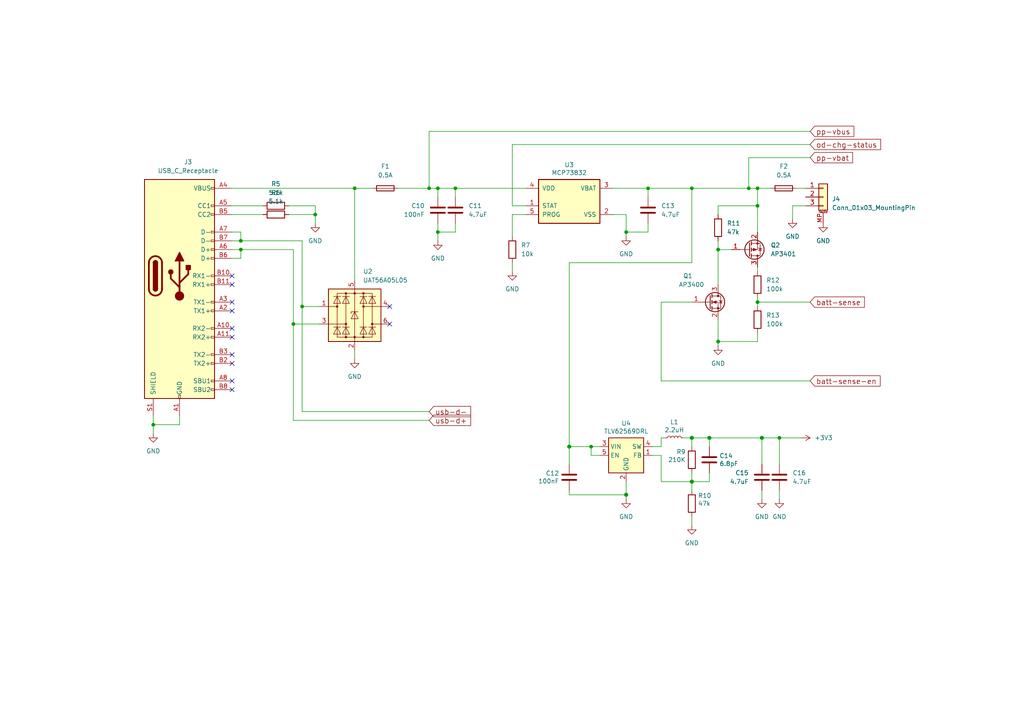
<source format=kicad_sch>
(kicad_sch (version 20211123) (generator eeschema)
  (paper "A4")
  (title_block (title "gps-logger") (date "2022-02-14") (rev "v2.3.a") (company "Greg Davill") (comment 4 "Simple GPS logger with low power features"))
  (lib_symbols
    (symbol "Connector:USB_C_Receptacle" (pin_names (offset 1.016))
      (property "Reference" "J" (at -10.16 29.21 0))
      (property "Value" "USB_C_Receptacle" (at 10.16 29.21 0))
      (symbol "USB_C_Receptacle_0_0"
        (rectangle (start -0.254 -35.56) (end 0.254 -34.544))
        (rectangle (start 10.16 -32.766) (end 9.144 -33.274))
        (rectangle (start 10.16 -30.226) (end 9.144 -30.734))
        (rectangle (start 10.16 -25.146) (end 9.144 -25.654))
        (rectangle (start 10.16 -22.606) (end 9.144 -23.114))
        (rectangle (start 10.16 -17.526) (end 9.144 -18.034))
        (rectangle (start 10.16 -14.986) (end 9.144 -15.494))
        (rectangle (start 10.16 -9.906) (end 9.144 -10.414))
        (rectangle (start 10.16 -7.366) (end 9.144 -7.874))
        (rectangle (start 10.16 -2.286) (end 9.144 -2.794))
        (rectangle (start 10.16 0.254) (end 9.144 -0.254))
        (rectangle (start 10.16 5.334) (end 9.144 4.826))
        (rectangle (start 10.16 7.874) (end 9.144 7.366))
        (rectangle (start 10.16 10.414) (end 9.144 9.906))
        (rectangle (start 10.16 12.954) (end 9.144 12.446))
        (rectangle (start 10.16 18.034) (end 9.144 17.526))
        (rectangle (start 10.16 20.574) (end 9.144 20.066))
        (rectangle (start 10.16 25.654) (end 9.144 25.146))
      )
      (symbol "USB_C_Receptacle_0_1"
        (rectangle (start -10.16 27.94) (end 10.16 -35.56) (stroke (width 0.254)) (fill (type background)))
        (arc (start -8.89 -3.81) (mid -6.985 -5.715) (end -5.08 -3.81) (stroke (width 0.508)))
        (arc (start -7.62 -3.81) (mid -6.985 -4.445) (end -6.35 -3.81) (stroke (width 0.254)))
        (arc (start -7.62 -3.81) (mid -6.985 -4.445) (end -6.35 -3.81) (stroke (width 0.254)) (fill (type outline)))
        (rectangle (start -7.62 -3.81) (end -6.35 3.81) (stroke (width 0.254)) (fill (type outline)))
        (arc (start -6.35 3.81) (mid -6.985 4.445) (end -7.62 3.81) (stroke (width 0.254)))
        (arc (start -6.35 3.81) (mid -6.985 4.445) (end -7.62 3.81) (stroke (width 0.254)) (fill (type outline)))
        (arc (start -5.08 3.81) (mid -6.985 5.715) (end -8.89 3.81) (stroke (width 0.508)))
        (polyline (pts (xy -8.89 -3.81) (xy -8.89 3.81)) (stroke (width 0.508)))
        (polyline (pts (xy -5.08 3.81) (xy -5.08 -3.81)) (stroke (width 0.508)))
      )
      (symbol "USB_C_Receptacle_1_1"
        (circle (center -2.54 1.143) (radius 0.635) (stroke (width 0.254)) (fill (type outline)))
        (circle (center 0 -5.842) (radius 1.27) (fill (type outline)))
        (polyline (pts (xy 0 -5.842) (xy 0 4.318)) (stroke (width 0.508)))
        (polyline (pts (xy 0 -3.302) (xy -2.54 -0.762) (xy -2.54 0.508)) (stroke (width 0.508)))
        (polyline (pts (xy 0 -2.032) (xy 2.54 0.508) (xy 2.54 1.778)) (stroke (width 0.508)))
        (polyline (pts (xy -1.27 4.318) (xy 0 6.858) (xy 1.27 4.318) (xy -1.27 4.318)) (stroke (width 0.254)) (fill (type outline)))
        (rectangle (start 1.905 1.778) (end 3.175 3.048) (stroke (width 0.254)) (fill (type outline)))
        (pin passive line (at 0 -40.64 90) (length 5.08) (name "GND") (number "A1"))
        (pin bidirectional line (at 15.24 -15.24 180) (length 5.08) (name "RX2-") (number "A10"))
        (pin bidirectional line (at 15.24 -17.78 180) (length 5.08) (name "RX2+") (number "A11"))
        (pin passive line (at 0 -40.64 90) (length 5.08) hide (name "GND") (number "A12"))
        (pin bidirectional line (at 15.24 -10.16 180) (length 5.08) (name "TX1+") (number "A2"))
        (pin bidirectional line (at 15.24 -7.62 180) (length 5.08) (name "TX1-") (number "A3"))
        (pin passive line (at 15.24 25.4 180) (length 5.08) (name "VBUS") (number "A4"))
        (pin bidirectional line (at 15.24 20.32 180) (length 5.08) (name "CC1") (number "A5"))
        (pin bidirectional line (at 15.24 7.62 180) (length 5.08) (name "D+") (number "A6"))
        (pin bidirectional line (at 15.24 12.7 180) (length 5.08) (name "D-") (number "A7"))
        (pin bidirectional line (at 15.24 -30.48 180) (length 5.08) (name "SBU1") (number "A8"))
        (pin passive line (at 15.24 25.4 180) (length 5.08) hide (name "VBUS") (number "A9"))
        (pin passive line (at 0 -40.64 90) (length 5.08) hide (name "GND") (number "B1"))
        (pin bidirectional line (at 15.24 0 180) (length 5.08) (name "RX1-") (number "B10"))
        (pin bidirectional line (at 15.24 -2.54 180) (length 5.08) (name "RX1+") (number "B11"))
        (pin passive line (at 0 -40.64 90) (length 5.08) hide (name "GND") (number "B12"))
        (pin bidirectional line (at 15.24 -25.4 180) (length 5.08) (name "TX2+") (number "B2"))
        (pin bidirectional line (at 15.24 -22.86 180) (length 5.08) (name "TX2-") (number "B3"))
        (pin passive line (at 15.24 25.4 180) (length 5.08) hide (name "VBUS") (number "B4"))
        (pin bidirectional line (at 15.24 17.78 180) (length 5.08) (name "CC2") (number "B5"))
        (pin bidirectional line (at 15.24 5.08 180) (length 5.08) (name "D+") (number "B6"))
        (pin bidirectional line (at 15.24 10.16 180) (length 5.08) (name "D-") (number "B7"))
        (pin bidirectional line (at 15.24 -33.02 180) (length 5.08) (name "SBU2") (number "B8"))
        (pin passive line (at 15.24 25.4 180) (length 5.08) hide (name "VBUS") (number "B9"))
        (pin passive line (at -7.62 -40.64 90) (length 5.08) (name "SHIELD") (number "S1"))
      )
    )
    (symbol "Connector_Generic_MountingPin:Conn_01x03_MountingPin" (pin_names (offset 1.016) hide)
      (property "Reference" "J" (at 0 5.08 0))
      (property "Value" "Conn_01x03_MountingPin" (at 1.27 -5.08 0))
      (symbol "Conn_01x03_MountingPin_1_1"
        (rectangle (start -1.27 -2.413) (end 0 -2.667) (stroke (width 0.1524)))
        (rectangle (start -1.27 0.127) (end 0 -0.127) (stroke (width 0.1524)))
        (rectangle (start -1.27 2.667) (end 0 2.413) (stroke (width 0.1524)))
        (rectangle (start -1.27 3.81) (end 1.27 -3.81) (stroke (width 0.254)) (fill (type background)))
        (polyline (pts (xy -1.016 -4.572) (xy 1.016 -4.572)) (stroke (width 0.1524)))
        (text "Mounting" (at 0 -4.191 0) (effects (font (size 0.381 0.381))))
        (pin passive line (at -5.08 2.54 0) (length 3.81) (name "Pin_1") (number "1"))
        (pin passive line (at -5.08 0 0) (length 3.81) (name "Pin_2") (number "2"))
        (pin passive line (at -5.08 -2.54 0) (length 3.81) (name "Pin_3") (number "3"))
        (pin passive line (at 0 -7.62 90) (length 3.048) (name "MountPin") (number "MP"))
      )
    )
    (symbol "Device:C" (pin_numbers hide) (pin_names (offset 0.254))
      (property "Reference" "C" (at 0.635 2.54 0))
      (property "Value" "C" (at 0.635 -2.54 0))
      (symbol "C_0_1"
        (polyline (pts (xy -2.032 -0.762) (xy 2.032 -0.762)) (stroke (width 0.508)))
        (polyline (pts (xy -2.032 0.762) (xy 2.032 0.762)) (stroke (width 0.508)))
      )
      (symbol "C_1_1"
        (pin passive line (at 0 3.81 270) (length 2.794) (name "~") (number "1"))
        (pin passive line (at 0 -3.81 90) (length 2.794) (name "~") (number "2"))
      )
    )
    (symbol "Device:Fuse" (pin_numbers hide) (pin_names (offset 0))
      (property "Reference" "F" (at 2.032 0 90))
      (property "Value" "Fuse" (at -1.905 0 90))
      (symbol "Fuse_0_1"
        (rectangle (start -0.762 -2.54) (end 0.762 2.54) (stroke (width 0.254)))
        (polyline (pts (xy 0 2.54) (xy 0 -2.54)))
      )
      (symbol "Fuse_1_1"
        (pin passive line (at 0 3.81 270) (length 1.27) (name "~") (number "1"))
        (pin passive line (at 0 -3.81 90) (length 1.27) (name "~") (number "2"))
      )
    )
    (symbol "Device:L_Small" (pin_numbers hide) (pin_names (offset 0.254) hide)
      (property "Reference" "L" (at 0.762 1.016 0))
      (property "Value" "L_Small" (at 0.762 -1.016 0))
      (symbol "L_Small_0_1"
        (arc (start 0 -2.032) (mid 0.508 -1.524) (end 0 -1.016))
        (arc (start 0 -1.016) (mid 0.508 -0.508) (end 0 0))
        (arc (start 0 0) (mid 0.508 0.508) (end 0 1.016))
        (arc (start 0 1.016) (mid 0.508 1.524) (end 0 2.032))
      )
      (symbol "L_Small_1_1"
        (pin passive line (at 0 2.54 270) (length 0.508) (name "~") (number "1"))
        (pin passive line (at 0 -2.54 90) (length 0.508) (name "~") (number "2"))
      )
    )
    (symbol "Device:R" (pin_numbers hide) (pin_names (offset 0))
      (property "Reference" "R" (at 2.032 0 90))
      (property "Value" "R" (at 0 0 90))
      (symbol "R_0_1"
        (rectangle (start -1.016 -2.54) (end 1.016 2.54) (stroke (width 0.254)))
      )
      (symbol "R_1_1"
        (pin passive line (at 0 3.81 270) (length 1.27) (name "~") (number "1"))
        (pin passive line (at 0 -3.81 90) (length 1.27) (name "~") (number "2"))
      )
    )
    (symbol "Device:R_3" (pin_numbers hide) (pin_names (offset 0))
      (property "Reference" "R" (at 2.032 0 90))
      (property "Value" "R" (at 0 0 90))
      (symbol "R_3_0_1"
        (rectangle (start -1.016 -2.54) (end 1.016 2.54) (stroke (width 0.254)))
      )
      (symbol "R_3_1_1"
        (pin passive line (at 0 3.81 270) (length 1.27) (name "~") (number "1"))
        (pin passive line (at 0 -3.81 90) (length 1.27) (name "~") (number "2"))
      )
    )
    (symbol "Device:R_4" (pin_numbers hide) (pin_names (offset 0))
      (property "Reference" "R" (at 2.032 0 90))
      (property "Value" "R" (at 0 0 90))
      (symbol "R_4_0_1"
        (rectangle (start -1.016 -2.54) (end 1.016 2.54) (stroke (width 0.254)))
      )
      (symbol "R_4_1_1"
        (pin passive line (at 0 3.81 270) (length 1.27) (name "~") (number "1"))
        (pin passive line (at 0 -3.81 90) (length 1.27) (name "~") (number "2"))
      )
    )
    (symbol "Power_Protection:USBLC6-4SC6" (pin_names hide)
      (property "Reference" "U" (at 2.54 8.89 0))
      (property "Value" "USBLC6-4SC6" (at 2.54 -8.89 0))
      (symbol "USBLC6-4SC6_0_1"
        (rectangle (start -7.62 -7.62) (end 7.62 7.62) (stroke (width 0.254)) (fill (type background)))
        (circle (center -5.08 2.54) (radius 0.254) (fill (type outline)))
        (circle (center -2.54 -6.35) (radius 0.254) (fill (type outline)))
        (circle (center -2.54 -2.54) (radius 0.254) (fill (type outline)))
        (circle (center -2.54 6.35) (radius 0.254) (fill (type outline)))
        (rectangle (start -2.54 6.35) (end 2.54 -6.35))
        (circle (center 0 -6.35) (radius 0.254) (fill (type outline)))
        (polyline (pts (xy -5.08 2.54) (xy -7.62 2.54)))
        (polyline (pts (xy -4.064 -3.429) (xy -6.096 -3.429)))
        (polyline (pts (xy -4.064 5.461) (xy -6.096 5.461)))
        (polyline (pts (xy -2.54 -2.54) (xy -7.62 -2.54)))
        (polyline (pts (xy -1.524 -3.429) (xy -3.556 -3.429)))
        (polyline (pts (xy -1.524 5.461) (xy -3.556 5.461)))
        (polyline (pts (xy 0 -7.62) (xy 0 -6.35)))
        (polyline (pts (xy 0 -6.35) (xy 0 1.27)))
        (polyline (pts (xy 0 1.27) (xy 0 6.35)))
        (polyline (pts (xy 0 6.35) (xy 0 7.62)))
        (polyline (pts (xy 1.524 -3.429) (xy 3.556 -3.429)))
        (polyline (pts (xy 1.524 5.461) (xy 3.556 5.461)))
        (polyline (pts (xy 2.54 2.54) (xy 7.62 2.54)))
        (polyline (pts (xy 4.064 -3.429) (xy 6.096 -3.429)))
        (polyline (pts (xy 4.064 5.461) (xy 6.096 5.461)))
        (polyline (pts (xy 5.08 -2.54) (xy 7.62 -2.54)))
        (polyline (pts (xy -6.096 -5.461) (xy -4.064 -5.461) (xy -5.08 -3.429) (xy -6.096 -5.461)))
        (polyline (pts (xy -6.096 3.429) (xy -4.064 3.429) (xy -5.08 5.461) (xy -6.096 3.429)))
        (polyline (pts (xy -3.556 -5.461) (xy -1.524 -5.461) (xy -2.54 -3.429) (xy -3.556 -5.461)))
        (polyline (pts (xy -3.556 3.429) (xy -1.524 3.429) (xy -2.54 5.461) (xy -3.556 3.429)))
        (polyline (pts (xy -2.54 6.35) (xy -5.08 6.35) (xy -5.08 -6.35) (xy -2.54 -6.35)))
        (polyline (pts (xy -1.016 -1.016) (xy 1.016 -1.016) (xy 0 1.016) (xy -1.016 -1.016)))
        (polyline (pts (xy 1.016 1.016) (xy 0.762 1.016) (xy -1.016 1.016) (xy -1.016 0.508)))
        (polyline (pts (xy 2.54 6.35) (xy 5.08 6.35) (xy 5.08 -6.35) (xy 2.54 -6.35)))
        (polyline (pts (xy 3.556 -5.461) (xy 1.524 -5.461) (xy 2.54 -3.429) (xy 3.556 -5.461)))
        (polyline (pts (xy 3.556 3.429) (xy 1.524 3.429) (xy 2.54 5.461) (xy 3.556 3.429)))
        (polyline (pts (xy 6.096 -5.461) (xy 4.064 -5.461) (xy 5.08 -3.429) (xy 6.096 -5.461)))
        (polyline (pts (xy 6.096 3.429) (xy 4.064 3.429) (xy 5.08 5.461) (xy 6.096 3.429)))
        (circle (center 0 6.35) (radius 0.254) (fill (type outline)))
        (circle (center 2.54 -6.35) (radius 0.254) (fill (type outline)))
        (circle (center 2.54 2.54) (radius 0.254) (fill (type outline)))
        (circle (center 2.54 6.35) (radius 0.254) (fill (type outline)))
        (circle (center 5.08 -2.54) (radius 0.254) (fill (type outline)))
      )
      (symbol "USBLC6-4SC6_1_1"
        (pin passive line (at -10.16 2.54 0) (length 2.54) (name "I/O1") (number "1"))
        (pin passive line (at 0 -10.16 90) (length 2.54) (name "GND") (number "2"))
        (pin passive line (at -10.16 -2.54 0) (length 2.54) (name "I/O2") (number "3"))
        (pin passive line (at 10.16 2.54 180) (length 2.54) (name "I/O3") (number "4"))
        (pin passive line (at 0 10.16 270) (length 2.54) (name "VBUS") (number "5"))
        (pin passive line (at 10.16 -2.54 180) (length 2.54) (name "I/O4") (number "6"))
      )
    )
    (symbol "Regulator_Switching:TLV62569DRL"
      (property "Reference" "U" (at -5.08 6.35 0))
      (property "Value" "TLV62569DRL" (at 0 6.35 0))
      (symbol "TLV62569DRL_0_1"
        (rectangle (start -5.08 5.08) (end 5.08 -5.08) (stroke (width 0.254)) (fill (type background)))
      )
      (symbol "TLV62569DRL_1_1"
        (pin input line (at 7.62 0 180) (length 2.54) (name "FB") (number "1"))
        (pin power_in line (at 0 -7.62 90) (length 2.54) (name "GND") (number "2"))
        (pin power_in line (at -7.62 2.54 0) (length 2.54) (name "VIN") (number "3"))
        (pin power_out line (at 7.62 2.54 180) (length 2.54) (name "SW") (number "4"))
        (pin input line (at -7.62 0 0) (length 2.54) (name "EN") (number "5"))
        (pin no_connect line (at 5.08 -2.54 180) (length 2.54) hide (name "NC") (number "6"))
      )
    )
    (symbol "Transistor_FET:2N7002" (pin_names hide)
      (property "Reference" "Q" (at 5.08 1.905 0))
      (property "Value" "2N7002" (at 5.08 0 0))
      (symbol "2N7002_0_1"
        (polyline (pts (xy 0.254 0) (xy -2.54 0)))
        (polyline (pts (xy 0.254 1.905) (xy 0.254 -1.905)) (stroke (width 0.254)))
        (polyline (pts (xy 0.762 -1.27) (xy 0.762 -2.286)) (stroke (width 0.254)))
        (polyline (pts (xy 0.762 0.508) (xy 0.762 -0.508)) (stroke (width 0.254)))
        (polyline (pts (xy 0.762 2.286) (xy 0.762 1.27)) (stroke (width 0.254)))
        (polyline (pts (xy 2.54 2.54) (xy 2.54 1.778)))
        (polyline (pts (xy 2.54 -2.54) (xy 2.54 0) (xy 0.762 0)))
        (polyline (pts (xy 0.762 -1.778) (xy 3.302 -1.778) (xy 3.302 1.778) (xy 0.762 1.778)))
        (polyline (pts (xy 1.016 0) (xy 2.032 0.381) (xy 2.032 -0.381) (xy 1.016 0)) (fill (type outline)))
        (polyline (pts (xy 2.794 0.508) (xy 2.921 0.381) (xy 3.683 0.381) (xy 3.81 0.254)))
        (polyline (pts (xy 3.302 0.381) (xy 2.921 -0.254) (xy 3.683 -0.254) (xy 3.302 0.381)))
        (circle (center 1.651 0) (radius 2.794) (stroke (width 0.254)))
        (circle (center 2.54 -1.778) (radius 0.254) (fill (type outline)))
        (circle (center 2.54 1.778) (radius 0.254) (fill (type outline)))
      )
      (symbol "2N7002_1_1"
        (pin input line (at -5.08 0 0) (length 2.54) (name "G") (number "1"))
        (pin passive line (at 2.54 -5.08 90) (length 2.54) (name "S") (number "2"))
        (pin passive line (at 2.54 5.08 270) (length 2.54) (name "D") (number "3"))
      )
    )
    (symbol "Transistor_FET:BSS83P" (pin_names hide)
      (property "Reference" "Q" (at 5.08 1.905 0))
      (property "Value" "BSS83P" (at 5.08 0 0))
      (symbol "BSS83P_0_1"
        (polyline (pts (xy 0.254 0) (xy -2.54 0)))
        (polyline (pts (xy 0.254 1.905) (xy 0.254 -1.905)) (stroke (width 0.254)))
        (polyline (pts (xy 0.762 -1.27) (xy 0.762 -2.286)) (stroke (width 0.254)))
        (polyline (pts (xy 0.762 0.508) (xy 0.762 -0.508)) (stroke (width 0.254)))
        (polyline (pts (xy 0.762 2.286) (xy 0.762 1.27)) (stroke (width 0.254)))
        (polyline (pts (xy 2.54 2.54) (xy 2.54 1.778)))
        (polyline (pts (xy 2.54 -2.54) (xy 2.54 0) (xy 0.762 0)))
        (polyline (pts (xy 0.762 1.778) (xy 3.302 1.778) (xy 3.302 -1.778) (xy 0.762 -1.778)))
        (polyline (pts (xy 2.286 0) (xy 1.27 0.381) (xy 1.27 -0.381) (xy 2.286 0)) (fill (type outline)))
        (polyline (pts (xy 2.794 -0.508) (xy 2.921 -0.381) (xy 3.683 -0.381) (xy 3.81 -0.254)))
        (polyline (pts (xy 3.302 -0.381) (xy 2.921 0.254) (xy 3.683 0.254) (xy 3.302 -0.381)))
        (circle (center 1.651 0) (radius 2.794) (stroke (width 0.254)))
        (circle (center 2.54 -1.778) (radius 0.254) (fill (type outline)))
        (circle (center 2.54 1.778) (radius 0.254) (fill (type outline)))
      )
      (symbol "BSS83P_1_1"
        (pin input line (at -5.08 0 0) (length 2.54) (name "G") (number "1"))
        (pin passive line (at 2.54 -5.08 90) (length 2.54) (name "S") (number "2"))
        (pin passive line (at 2.54 5.08 270) (length 2.54) (name "D") (number "3"))
      )
    )
    (symbol "gkl_pmic:MCP73832" (pin_names (offset 1.016))
      (property "Reference" "U" (at 0 7.62 0))
      (property "Value" "MCP73832" (at 0 10.16 0))
      (symbol "MCP73832_0_1"
        (rectangle (start -8.89 6.35) (end 8.89 -6.35) (stroke (width 0.3048)) (fill (type background)))
      )
      (symbol "MCP73832_1_1"
        (pin input line (at -12.7 -1.27 0) (length 3.81) (name "STAT") (number "1"))
        (pin input line (at 12.7 -3.81 180) (length 3.81) (name "VSS") (number "2"))
        (pin input line (at 12.7 3.81 180) (length 3.81) (name "VBAT") (number "3"))
        (pin input line (at -12.7 3.81 0) (length 3.81) (name "VDD") (number "4"))
        (pin input line (at -12.7 -3.81 0) (length 3.81) (name "PROG") (number "5"))
      )
    )
    (symbol "power:+3V3" (power) (pin_names (offset 0))
      (property "Value" "+3V3" (at 0 3.556 0))
      (symbol "+3V3_0_1"
        (polyline (pts (xy -0.762 1.27) (xy 0 2.54)))
        (polyline (pts (xy 0 0) (xy 0 2.54)))
        (polyline (pts (xy 0 2.54) (xy 0.762 1.27)))
      )
      (symbol "+3V3_1_1"
        (pin power_in line (at 0 0 90) (length 0) hide (name "+3V3") (number "1"))
      )
    )
    (symbol "power:GND" (power) (pin_names (offset 0))
      (property "Value" "GND" (at 0 -3.81 0))
      (symbol "GND_0_1"
        (polyline (pts (xy 0 0) (xy 0 -1.27) (xy 1.27 -1.27) (xy 0 -2.54) (xy -1.27 -1.27) (xy 0 -1.27)))
      )
      (symbol "GND_1_1"
        (pin power_in line (at 0 0 270) (length 0) hide (name "GND") (number "1"))
      )
    )
  )
  (junction (at 181.61 67.31))
  (junction (at 91.44 62.23))
  (junction (at 208.28 72.39))
  (junction (at 165.1 129.54) (diameter 1.016))
  (junction (at 219.71 59.69))
  (junction (at 200.66 54.61))
  (junction (at 220.98 127) (diameter 1.016))
  (junction (at 127 54.61))
  (junction (at 69.85 72.39))
  (junction (at 205.74 127) (diameter 1.016))
  (junction (at 226.06 127))
  (junction (at 219.71 54.61))
  (junction (at 187.96 54.61))
  (junction (at 87.63 88.9))
  (junction (at 217.17 54.61))
  (junction (at 69.85 69.85))
  (junction (at 127 67.31))
  (junction (at 124.46 54.61))
  (junction (at 181.61 143.51) (diameter 1.016))
  (junction (at 85.09 93.98))
  (junction (at 132.08 54.61))
  (junction (at 219.71 87.63))
  (junction (at 200.66 127) (diameter 1.016))
  (junction (at 200.66 139.7) (diameter 1.016))
  (junction (at 171.45 129.54))
  (junction (at 44.45 123.19))
  (junction (at 208.28 99.06))
  (junction (at 102.87 54.61))
  (no_connect (at 67.31 80.01))
  (no_connect (at 67.31 82.55))
  (no_connect (at 67.31 87.63))
  (no_connect (at 67.31 90.17))
  (no_connect (at 67.31 95.25))
  (no_connect (at 67.31 97.79))
  (no_connect (at 67.31 102.87))
  (no_connect (at 67.31 105.41))
  (no_connect (at 67.31 110.49))
  (no_connect (at 67.31 113.03))
  (no_connect (at 113.03 88.9))
  (no_connect (at 113.03 93.98))
  (wire (pts (xy 187.96 54.61) (xy 187.96 57.15)))
  (wire (pts (xy 181.61 139.7) (xy 181.61 143.51)))
  (wire (pts (xy 132.08 64.77) (xy 132.08 67.31)))
  (wire (pts (xy 132.08 67.31) (xy 127 67.31)))
  (wire (pts (xy 67.31 69.85) (xy 69.85 69.85)))
  (wire (pts (xy 69.85 69.85) (xy 87.63 69.85)))
  (wire (pts (xy 87.63 69.85) (xy 87.63 88.9)))
  (wire (pts (xy 87.63 88.9) (xy 87.63 119.38)))
  (wire (pts (xy 87.63 119.38) (xy 124.46 119.38)))
  (wire (pts (xy 191.77 87.63) (xy 200.66 87.63)))
  (wire (pts (xy 87.63 88.9) (xy 92.71 88.9)))
  (wire (pts (xy 44.45 120.65) (xy 44.45 123.19)))
  (wire (pts (xy 44.45 123.19) (xy 44.45 125.73)))
  (wire (pts (xy 124.46 38.1) (xy 124.46 54.61)))
  (wire (pts (xy 234.95 38.1) (xy 124.46 38.1)))
  (wire (pts (xy 220.98 127) (xy 226.06 127)))
  (wire (pts (xy 226.06 127) (xy 232.41 127)))
  (wire (pts (xy 171.45 132.08) (xy 171.45 129.54)))
  (wire (pts (xy 173.99 132.08) (xy 171.45 132.08)))
  (wire (pts (xy 208.28 59.69) (xy 219.71 59.69)))
  (wire (pts (xy 208.28 62.23) (xy 208.28 59.69)))
  (wire (pts (xy 219.71 59.69) (xy 219.71 54.61)))
  (wire (pts (xy 200.66 137.16) (xy 200.66 139.7)))
  (wire (pts (xy 200.66 149.86) (xy 200.66 152.4)))
  (wire (pts (xy 208.28 92.71) (xy 208.28 99.06)))
  (wire (pts (xy 208.28 99.06) (xy 208.28 100.33)))
  (wire (pts (xy 219.71 87.63) (xy 234.95 87.63)))
  (wire (pts (xy 200.66 127) (xy 205.74 127)))
  (wire (pts (xy 165.1 76.2) (xy 165.1 129.54)))
  (wire (pts (xy 148.59 62.23) (xy 148.59 68.58)))
  (wire (pts (xy 152.4 62.23) (xy 148.59 62.23)))
  (wire (pts (xy 83.82 62.23) (xy 91.44 62.23)))
  (wire (pts (xy 91.44 62.23) (xy 91.44 64.77)))
  (wire (pts (xy 148.59 76.2) (xy 148.59 78.74)))
  (wire (pts (xy 52.07 120.65) (xy 52.07 123.19)))
  (wire (pts (xy 52.07 123.19) (xy 44.45 123.19)))
  (wire (pts (xy 219.71 59.69) (xy 219.71 67.31)))
  (wire (pts (xy 165.1 129.54) (xy 171.45 129.54)))
  (wire (pts (xy 171.45 129.54) (xy 173.99 129.54)))
  (wire (pts (xy 191.77 129.54) (xy 189.23 129.54)))
  (wire (pts (xy 132.08 54.61) (xy 132.08 57.15)))
  (wire (pts (xy 226.06 142.24) (xy 226.06 144.78)))
  (wire (pts (xy 191.77 87.63) (xy 191.77 110.49)))
  (wire (pts (xy 191.77 110.49) (xy 234.95 110.49)))
  (wire (pts (xy 219.71 77.47) (xy 219.71 78.74)))
  (wire (pts (xy 226.06 134.62) (xy 226.06 127)))
  (wire (pts (xy 200.66 127) (xy 200.66 129.54)))
  (wire (pts (xy 127 54.61) (xy 127 57.15)))
  (wire (pts (xy 177.8 62.23) (xy 181.61 62.23)))
  (wire (pts (xy 67.31 67.31) (xy 69.85 67.31)))
  (wire (pts (xy 69.85 67.31) (xy 69.85 69.85)))
  (wire (pts (xy 200.66 139.7) (xy 191.77 139.7)))
  (wire (pts (xy 219.71 96.52) (xy 219.71 99.06)))
  (wire (pts (xy 219.71 99.06) (xy 208.28 99.06)))
  (wire (pts (xy 205.74 139.7) (xy 200.66 139.7)))
  (wire (pts (xy 198.12 127) (xy 200.66 127)))
  (wire (pts (xy 205.74 137.16) (xy 205.74 139.7)))
  (wire (pts (xy 181.61 143.51) (xy 181.61 144.78)))
  (wire (pts (xy 187.96 64.77) (xy 187.96 67.31)))
  (wire (pts (xy 187.96 67.31) (xy 181.61 67.31)))
  (wire (pts (xy 181.61 62.23) (xy 181.61 67.31)))
  (wire (pts (xy 181.61 67.31) (xy 181.61 68.58)))
  (wire (pts (xy 200.66 139.7) (xy 200.66 142.24)))
  (wire (pts (xy 191.77 127) (xy 193.04 127)))
  (wire (pts (xy 177.8 54.61) (xy 187.96 54.61)))
  (wire (pts (xy 187.96 54.61) (xy 200.66 54.61)))
  (wire (pts (xy 200.66 54.61) (xy 217.17 54.61)))
  (wire (pts (xy 217.17 54.61) (xy 219.71 54.61)))
  (wire (pts (xy 219.71 54.61) (xy 223.52 54.61)))
  (wire (pts (xy 231.14 54.61) (xy 233.68 54.61)))
  (wire (pts (xy 115.57 54.61) (xy 124.46 54.61)))
  (wire (pts (xy 124.46 54.61) (xy 127 54.61)))
  (wire (pts (xy 127 54.61) (xy 132.08 54.61)))
  (wire (pts (xy 132.08 54.61) (xy 152.4 54.61)))
  (wire (pts (xy 165.1 129.54) (xy 165.1 134.62)))
  (wire (pts (xy 67.31 59.69) (xy 76.2 59.69)))
  (wire (pts (xy 102.87 101.6) (xy 102.87 104.14)))
  (wire (pts (xy 83.82 59.69) (xy 91.44 59.69)))
  (wire (pts (xy 91.44 59.69) (xy 91.44 62.23)))
  (wire (pts (xy 208.28 72.39) (xy 208.28 69.85)))
  (wire (pts (xy 212.09 72.39) (xy 208.28 72.39)))
  (wire (pts (xy 205.74 127) (xy 220.98 127)))
  (wire (pts (xy 229.87 59.69) (xy 229.87 63.5)))
  (wire (pts (xy 233.68 59.69) (xy 229.87 59.69)))
  (wire (pts (xy 191.77 132.08) (xy 189.23 132.08)))
  (wire (pts (xy 148.59 41.91) (xy 234.95 41.91)))
  (wire (pts (xy 148.59 59.69) (xy 148.59 41.91)))
  (wire (pts (xy 152.4 59.69) (xy 148.59 59.69)))
  (wire (pts (xy 102.87 54.61) (xy 107.95 54.61)))
  (wire (pts (xy 208.28 72.39) (xy 208.28 82.55)))
  (wire (pts (xy 191.77 127) (xy 191.77 129.54)))
  (wire (pts (xy 102.87 54.61) (xy 67.31 54.61)))
  (wire (pts (xy 102.87 81.28) (xy 102.87 54.61)))
  (wire (pts (xy 219.71 86.36) (xy 219.71 87.63)))
  (wire (pts (xy 219.71 87.63) (xy 219.71 88.9)))
  (wire (pts (xy 127 64.77) (xy 127 67.31)))
  (wire (pts (xy 127 67.31) (xy 127 69.85)))
  (wire (pts (xy 165.1 143.51) (xy 181.61 143.51)))
  (wire (pts (xy 200.66 54.61) (xy 200.66 76.2)))
  (wire (pts (xy 200.66 76.2) (xy 165.1 76.2)))
  (wire (pts (xy 217.17 45.72) (xy 217.17 54.61)))
  (wire (pts (xy 234.95 45.72) (xy 217.17 45.72)))
  (wire (pts (xy 85.09 93.98) (xy 92.71 93.98)))
  (wire (pts (xy 67.31 72.39) (xy 69.85 72.39)))
  (wire (pts (xy 69.85 72.39) (xy 85.09 72.39)))
  (wire (pts (xy 85.09 72.39) (xy 85.09 93.98)))
  (wire (pts (xy 85.09 93.98) (xy 85.09 121.92)))
  (wire (pts (xy 85.09 121.92) (xy 124.46 121.92)))
  (wire (pts (xy 205.74 127) (xy 205.74 129.54)))
  (wire (pts (xy 220.98 142.24) (xy 220.98 144.78)))
  (wire (pts (xy 191.77 139.7) (xy 191.77 132.08)))
  (wire (pts (xy 67.31 74.93) (xy 69.85 74.93)))
  (wire (pts (xy 69.85 74.93) (xy 69.85 72.39)))
  (wire (pts (xy 220.98 134.62) (xy 220.98 127)))
  (wire (pts (xy 67.31 62.23) (xy 76.2 62.23)))
  (wire (pts (xy 165.1 142.24) (xy 165.1 143.51)))
  (global_label "od-chg-status" (shape input) (at 234.95 41.91 0) (effects (font (size 1.524 1.524))) (property "Intersheet References" "${INTERSHEET_REFS}" (effects hide)))
  (global_label "pp-vbus" (shape input) (at 234.95 38.1 0) (effects (font (size 1.524 1.524))) (property "Intersheet References" "${INTERSHEET_REFS}" (effects hide)))
  (global_label "usb-d+" (shape input) (at 124.46 121.92 0) (effects (font (size 1.524 1.524))) (property "Intersheet References" "${INTERSHEET_REFS}" (effects hide)))
  (global_label "batt-sense-en" (shape input) (at 234.95 110.49 0) (effects (font (size 1.524 1.524))) (property "Intersheet References" "${INTERSHEET_REFS}" (effects hide)))
  (global_label "usb-d-" (shape input) (at 124.46 119.38 0) (effects (font (size 1.524 1.524))) (property "Intersheet References" "${INTERSHEET_REFS}" (effects hide)))
  (global_label "pp-vbat" (shape input) (at 234.95 45.72 0) (effects (font (size 1.524 1.524))) (property "Intersheet References" "${INTERSHEET_REFS}" (effects hide)))
  (global_label "batt-sense" (shape input) (at 234.95 87.63 0) (effects (font (size 1.524 1.524))) (property "Intersheet References" "${INTERSHEET_REFS}" (effects hide)))
  (symbol (lib_id "power:GND") (at 229.87 63.5 0) (unit 1)
    (property "Reference" "#PWR0114" (effects hide))
    (property "Value" "GND" (at 229.87 68.58 0))
  )
  (symbol (lib_id "power:GND") (at 127 69.85 0) (unit 1)
    (property "Reference" "#PWR0110" (effects hide))
    (property "Value" "GND" (at 127 74.93 0))
  )
  (symbol (lib_id "Transistor_FET:BSS83P") (at 217.17 72.39 0) (mirror x) (unit 1)
    (property "Reference" "Q2" (at 223.52 71.1199 0) (effects (justify left)))
    (property "Value" "AP3401" (at 223.52 73.6599 0) (effects (justify left)))
    (property "Footprint" "Package_TO_SOT_SMD:SOT-23" (effects hide))
    (property "Datasheet" "https://datasheet.lcsc.com/lcsc/1912111437_ALLPOWER-ShenZhen-Quan-Li-Semiconductor-AP3401_C353078.pdf" (effects hide))
    (property "PN" "AP3401" (effects hide))
    (property "MFG" "ALLPOWER(ShenZhen Quan Li Semiconductor) " (effects hide))
  )
  (symbol (lib_id "power:GND") (at 148.59 78.74 0) (unit 1)
    (property "Reference" "#PWR0111" (effects hide))
    (property "Value" "GND" (at 148.59 83.82 0))
  )
  (symbol (lib_id "Connector:USB_C_Receptacle") (at 52.07 80.01 0) (unit 1)
    (property "Reference" "J3" (at 54.5465 46.99 0))
    (property "Value" "USB_C_Receptacle" (at 54.5465 49.53 0))
    (property "Footprint" "gps-logger:usbc_vert_10132328" (effects hide))
    (property "Datasheet" "https://www.usb.org/sites/default/files/documents/usb_type-c.zip" (effects hide))
    (property "PN" "10132328-10001LF" (effects hide))
    (property "MFG" "Amphenol ICC (FCI)" (effects hide))
  )
  (symbol (lib_id "Device:R") (at 148.59 72.39 180) (unit 1)
    (property "Reference" "R7" (at 151.13 71.1199 0) (effects (justify right)))
    (property "Value" "10k" (at 151.13 73.6599 0) (effects (justify right)))
    (property "Footprint" "Resistor_SMD:R_0402_1005Metric" (effects hide))
  )
  (symbol (lib_id "Device:C") (at 127 60.96 0) (unit 1)
    (property "Reference" "C10" (at 123.19 59.6899 0) (effects (justify right)))
    (property "Value" "100nF" (at 123.19 62.2299 0) (effects (justify right)))
    (property "Footprint" "Capacitor_SMD:C_0402_1005Metric" (effects hide))
  )
  (symbol (lib_id "Device:R") (at 80.01 62.23 90) (unit 1)
    (property "Reference" "R6" (at 80.01 55.88 90))
    (property "Value" "5.1k" (at 80.01 58.42 90))
    (property "Footprint" "Resistor_SMD:R_0402_1005Metric" (effects hide))
  )
  (symbol (lib_id "Device:R") (at 219.71 92.71 180) (unit 1)
    (property "Reference" "R13" (at 222.25 91.4399 0) (effects (justify right)))
    (property "Value" "100k" (at 222.25 93.9799 0) (effects (justify right)))
    (property "Footprint" "Resistor_SMD:R_0402_1005Metric" (effects hide))
  )
  (symbol (lib_id "Power_Protection:USBLC6-4SC6") (at 102.87 91.44 0) (unit 1)
    (property "Reference" "U2" (at 106.68 78.74 0))
    (property "Value" "UAT56A05L05" (at 111.76 81.28 0))
    (property "Footprint" "Package_TO_SOT_SMD:SOT-666" (effects hide))
    (property "Datasheet" "https://datasheet.lcsc.com/lcsc/2005142217_Brightking-Elec--TAIWAN-UAT56A05L05_C523539.pdf" (effects hide))
    (property "PN" "UAT56A05L05" (effects hide))
    (property "MFG" "Brightking Elec (TAIWAN) " (effects hide))
  )
  (symbol (lib_id "power:GND") (at 91.44 64.77 0) (unit 1)
    (property "Reference" "#PWR0108" (effects hide))
    (property "Value" "GND" (at 91.44 69.85 0))
  )
  (symbol (lib_id "Device:C") (at 226.06 138.43 0) (unit 1)
    (property "Reference" "C16" (at 229.87 137.1599 0) (effects (justify left)))
    (property "Value" "4.7uF" (at 229.87 139.6999 0) (effects (justify left)))
    (property "Footprint" "Capacitor_SMD:C_0402_1005Metric" (effects hide))
  )
  (symbol (lib_id "Device:R") (at 208.28 66.04 180) (unit 1)
    (property "Reference" "R11" (at 210.82 64.7699 0) (effects (justify right)))
    (property "Value" "47k" (at 210.82 67.3099 0) (effects (justify right)))
    (property "Footprint" "Resistor_SMD:R_0402_1005Metric" (effects hide))
  )
  (symbol (lib_id "Device:R") (at 219.71 82.55 180) (unit 1)
    (property "Reference" "R12" (at 222.25 81.2799 0) (effects (justify right)))
    (property "Value" "100k" (at 222.25 83.8199 0) (effects (justify right)))
    (property "Footprint" "Resistor_SMD:R_0402_1005Metric" (effects hide))
  )
  (symbol (lib_id "power:GND") (at 200.66 152.4 0) (unit 1)
    (property "Reference" "#PWR0118" (effects hide))
    (property "Value" "GND" (at 200.66 157.48 0))
  )
  (symbol (lib_id "Device:L_Small") (at 195.58 127 90) (unit 1)
    (property "Reference" "L1" (at 195.58 122.4088 90))
    (property "Value" "2.2uH" (at 195.58 124.7075 90))
    (property "Footprint" "Inductor_SMD:L_0805_2012Metric" (effects hide))
    (property "Mfg" "Sunltech Tech" (effects hide))
    (property "PN" "SLM20122R2MIT" (effects hide))
  )
  (symbol (lib_id "power:GND") (at 181.61 68.58 0) (unit 1)
    (property "Reference" "#PWR0112" (effects hide))
    (property "Value" "GND" (at 181.61 73.66 0))
  )
  (symbol (lib_id "power:GND") (at 220.98 144.78 0) (unit 1)
    (property "Reference" "#PWR0119" (effects hide))
    (property "Value" "GND" (at 220.98 149.86 0))
  )
  (symbol (lib_id "Transistor_FET:2N7002") (at 205.74 87.63 0) (unit 1)
    (property "Reference" "Q1" (at 198.12 80.0099 0) (effects (justify left)))
    (property "Value" "AP3400" (at 196.85 82.5499 0) (effects (justify left)))
    (property "Footprint" "Package_TO_SOT_SMD:SOT-23" (effects hide))
    (property "Datasheet" "https://datasheet.lcsc.com/lcsc/1912111437_ALLPOWER-ShenZhen-Quan-Li-Semiconductor-AP3400_C353070.pdf" (effects hide))
    (property "PN" "AP3400" (effects hide))
    (property "MFG" "ALLPOWER(ShenZhen Quan Li Semiconductor) " (effects hide))
  )
  (symbol (lib_id "power:GND") (at 238.76 64.77 0) (unit 1)
    (property "Reference" "#PWR0113" (effects hide))
    (property "Value" "GND" (at 238.76 69.85 0))
  )
  (symbol (lib_id "Device:Fuse") (at 111.76 54.61 90) (unit 1)
    (property "Reference" "F1" (at 111.76 48.26 90))
    (property "Value" "0.5A" (at 111.76 50.8 90))
    (property "Footprint" "Fuse:Fuse_0402_1005Metric" (effects hide))
    (property "PN" "0435.500KRHF" (effects hide))
    (property "MFG" "Little Fuse" (effects hide))
  )
  (symbol (lib_id "Device:C") (at 220.98 138.43 0) (unit 1)
    (property "Reference" "C15" (at 217.17 137.1599 0) (effects (justify right)))
    (property "Value" "4.7uF" (at 217.17 139.6999 0) (effects (justify right)))
    (property "Footprint" "Capacitor_SMD:C_0402_1005Metric" (effects hide))
  )
  (symbol (lib_name "Device:R_3") (lib_id "Device:R") (at 200.66 133.35 180) (unit 1)
    (property "Reference" "R9" (at 198.882 131.0513 0) (effects (justify left)))
    (property "Value" "210K" (at 198.882 133.35 0) (effects (justify left)))
    (property "Footprint" "Resistor_SMD:R_0402_1005Metric" (effects hide))
  )
  (symbol (lib_id "power:GND") (at 102.87 104.14 0) (unit 1)
    (property "Reference" "#PWR0109" (effects hide))
    (property "Value" "GND" (at 102.87 109.22 0))
  )
  (symbol (lib_name "Device:R_4") (lib_id "Device:R") (at 200.66 146.05 180) (unit 1)
    (property "Reference" "R10" (at 202.4381 143.7513 0) (effects (justify right)))
    (property "Value" "47k" (at 202.4381 146.05 0) (effects (justify right)))
    (property "Footprint" "Resistor_SMD:R_0402_1005Metric" (effects hide))
  )
  (symbol (lib_id "power:+3V3") (at 232.41 127 270) (unit 1)
    (property "Reference" "#PWR0116" (effects hide))
    (property "Value" "+3V3" (at 236.22 126.9999 90) (effects (justify left)))
  )
  (symbol (lib_id "power:GND") (at 226.06 144.78 0) (unit 1)
    (property "Reference" "#PWR0120" (effects hide))
    (property "Value" "GND" (at 226.06 149.86 0))
  )
  (symbol (lib_id "Device:C") (at 187.96 60.96 0) (unit 1)
    (property "Reference" "C13" (at 191.77 59.6899 0) (effects (justify left)))
    (property "Value" "4.7uF" (at 191.77 62.2299 0) (effects (justify left)))
    (property "Footprint" "Capacitor_SMD:C_0402_1005Metric" (effects hide))
  )
  (symbol (lib_id "gkl_pmic:MCP73832") (at 165.1 58.42 0) (unit 1)
    (property "Reference" "U3" (at 165.1 47.8028 0))
    (property "Value" "MCP73832" (at 165.1 50.1142 0))
    (property "Footprint" "Package_TO_SOT_SMD:SOT-23-5" (effects hide))
    (property "PN" "MCP73832T-2ACI/OT" (effects hide))
    (property "Mfg" "Microchip" (effects hide))
  )
  (symbol (lib_id "power:GND") (at 208.28 100.33 0) (unit 1)
    (property "Reference" "#PWR0115" (effects hide))
    (property "Value" "GND" (at 208.28 105.41 0))
  )
  (symbol (lib_id "power:GND") (at 44.45 125.73 0) (unit 1)
    (property "Reference" "#PWR0107" (effects hide))
    (property "Value" "GND" (at 44.45 130.81 0))
  )
  (symbol (lib_id "Device:R") (at 80.01 59.69 90) (unit 1)
    (property "Reference" "R5" (at 80.01 53.34 90))
    (property "Value" "5.1k" (at 80.01 55.88 90))
    (property "Footprint" "Resistor_SMD:R_0402_1005Metric" (effects hide))
  )
  (symbol (lib_id "Device:C") (at 205.74 133.35 0) (unit 1)
    (property "Reference" "C14" (at 208.6611 132.2006 0) (effects (justify left)))
    (property "Value" "6.8pF" (at 208.6611 134.4993 0) (effects (justify left)))
    (property "Footprint" "Capacitor_SMD:C_0402_1005Metric" (effects hide))
    (property "Mfg" "Yageo" (effects hide))
    (property "PN" "CC0402BRNPO9BN6R8" (effects hide))
  )
  (symbol (lib_id "power:GND") (at 181.61 144.78 0) (unit 1)
    (property "Reference" "#PWR0117" (effects hide))
    (property "Value" "GND" (at 181.61 149.86 0))
  )
  (symbol (lib_id "Connector_Generic_MountingPin:Conn_01x03_MountingPin") (at 238.76 57.15 0) (unit 1)
    (property "Reference" "J4" (at 241.3 57.7214 0) (effects (justify left)))
    (property "Value" "Conn_01x03_MountingPin" (at 241.3 60.2614 0) (effects (justify left)))
    (property "Footprint" "Connector_JST:JST_GH_SM03B-GHS-TB_1x03-1MP_P1.25mm_Horizontal" (effects hide))
    (property "Datasheet" "https://datasheet.lcsc.com/lcsc/2004181132_JST-Sales-America-SM03B-GHS-TB-LF-SN_C514175.pdf" (effects hide))
    (property "PN" "SM03B-GHS-TB(LF)(SN)" (effects hide))
    (property "MFG" "JST Sales America" (effects hide))
  )
  (symbol (lib_id "Device:Fuse") (at 227.33 54.61 90) (unit 1)
    (property "Reference" "F2" (at 227.33 48.26 90))
    (property "Value" "0.5A" (at 227.33 50.8 90))
    (property "Footprint" "Fuse:Fuse_0402_1005Metric" (effects hide))
    (property "PN" "0435.500KRHF" (effects hide))
    (property "MFG" "Little Fuse" (effects hide))
  )
  (symbol (lib_id "Regulator_Switching:TLV62569DRL") (at 181.61 132.08 0) (unit 1)
    (property "Reference" "U4" (at 181.61 122.7898 0))
    (property "Value" "TLV62569DRL" (at 181.61 125.0885 0))
    (property "Footprint" "Package_TO_SOT_SMD:SOT-666" (effects hide))
    (property "PN" "TLV62569DRLR" (effects hide))
    (property "MFG" "Texas Instruments" (effects hide))
  )
  (symbol (lib_id "Device:C") (at 132.08 60.96 0) (unit 1)
    (property "Reference" "C11" (at 135.89 59.6899 0) (effects (justify left)))
    (property "Value" "4.7uF" (at 135.89 62.2299 0) (effects (justify left)))
    (property "Footprint" "Capacitor_SMD:C_0402_1005Metric" (effects hide))
  )
  (symbol (lib_id "Device:C") (at 165.1 138.43 0) (mirror y) (unit 1)
    (property "Reference" "C12" (at 162.179 137.287 0) (effects (justify left)))
    (property "Value" "100nF" (at 162.179 139.573 0) (effects (justify left)))
    (property "Footprint" "Capacitor_SMD:C_0402_1005Metric" (effects hide))
    (property "Mfg" "Yageo" (effects hide))
    (property "PN" "CC0402MRX5R5BB475" (effects hide))
  )
)
</source>
